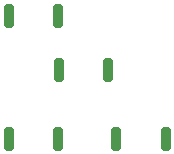
<source format=gbp>
G04 #@! TF.GenerationSoftware,KiCad,Pcbnew,7.0.1-3b83917a11~172~ubuntu22.04.1*
G04 #@! TF.CreationDate,2023-04-25T14:56:48+02:00*
G04 #@! TF.ProjectId,sharp-lcd-128x128,73686172-702d-46c6-9364-2d3132387831,rev?*
G04 #@! TF.SameCoordinates,Original*
G04 #@! TF.FileFunction,Paste,Bot*
G04 #@! TF.FilePolarity,Positive*
%FSLAX46Y46*%
G04 Gerber Fmt 4.6, Leading zero omitted, Abs format (unit mm)*
G04 Created by KiCad (PCBNEW 7.0.1-3b83917a11~172~ubuntu22.04.1) date 2023-04-25 14:56:48*
%MOMM*%
%LPD*%
G01*
G04 APERTURE LIST*
G04 Aperture macros list*
%AMRoundRect*
0 Rectangle with rounded corners*
0 $1 Rounding radius*
0 $2 $3 $4 $5 $6 $7 $8 $9 X,Y pos of 4 corners*
0 Add a 4 corners polygon primitive as box body*
4,1,4,$2,$3,$4,$5,$6,$7,$8,$9,$2,$3,0*
0 Add four circle primitives for the rounded corners*
1,1,$1+$1,$2,$3*
1,1,$1+$1,$4,$5*
1,1,$1+$1,$6,$7*
1,1,$1+$1,$8,$9*
0 Add four rect primitives between the rounded corners*
20,1,$1+$1,$2,$3,$4,$5,0*
20,1,$1+$1,$4,$5,$6,$7,0*
20,1,$1+$1,$6,$7,$8,$9,0*
20,1,$1+$1,$8,$9,$2,$3,0*%
G04 Aperture macros list end*
%ADD10RoundRect,0.200000X-0.200000X-0.800000X0.200000X-0.800000X0.200000X0.800000X-0.200000X0.800000X0*%
%ADD11RoundRect,0.200000X0.200000X0.800000X-0.200000X0.800000X-0.200000X-0.800000X0.200000X-0.800000X0*%
G04 APERTURE END LIST*
D10*
X87180000Y-48260000D03*
X82980000Y-48260000D03*
D11*
X73900000Y-48260000D03*
X78100000Y-48260000D03*
X78110000Y-42500000D03*
X82310000Y-42500000D03*
X73900000Y-37850000D03*
X78100000Y-37850000D03*
M02*

</source>
